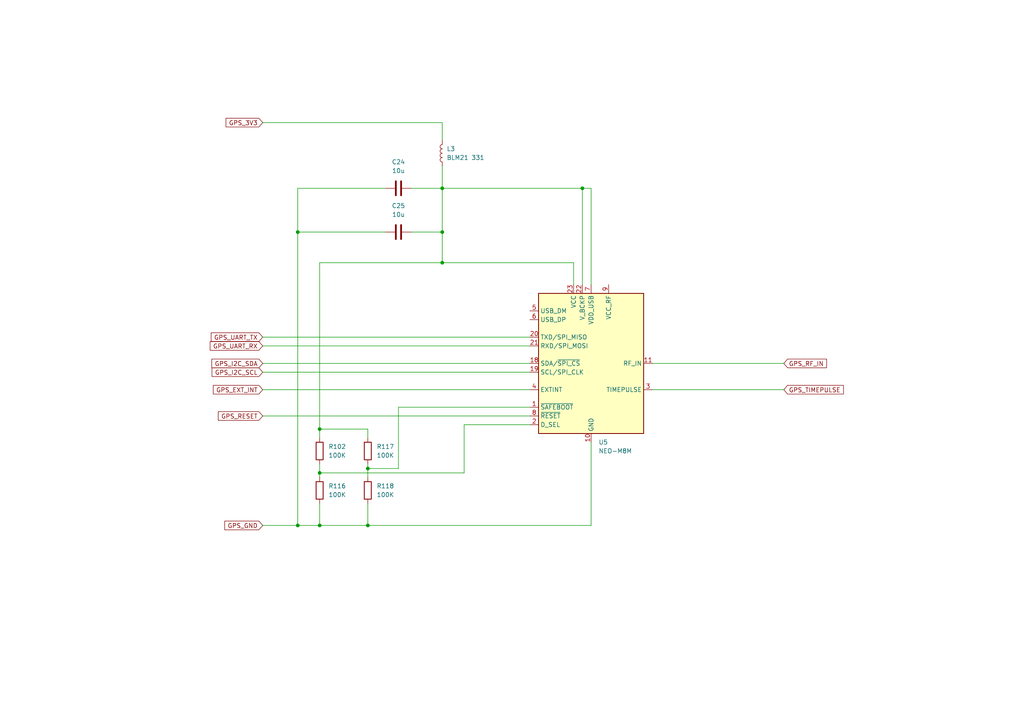
<source format=kicad_sch>
(kicad_sch (version 20250114) (generator "eeschema") (generator_version "9.0")
  (paper "A4")
  (lib_symbols
    (symbol "Device:C" (pin_numbers (hide yes)) (pin_names (offset 0.254))
      (property "Reference" "C" (at 0.635 2.54 0))
      (property "Value" "C" (at 0.635 -2.54 0))
      (symbol "C_0_1"
        (polyline (pts (xy -2.032 0.762) (xy 2.032 0.762)) (stroke (width 0.508)))
        (polyline (pts (xy -2.032 -0.762) (xy 2.032 -0.762)) (stroke (width 0.508)))
      )
      (symbol "C_1_1"
        (pin passive line (at 0 3.81 270) (length 2.794) (name "~") (number "1"))
        (pin passive line (at 0 -3.81 90) (length 2.794) (name "~") (number "2"))
      )
    )
    (symbol "Device:L" (pin_numbers (hide yes)) (pin_names (offset 1.016) (hide yes))
      (property "Reference" "L" (at -1.27 0 90))
      (property "Value" "L" (at 1.905 0 90))
      (symbol "L_0_1"
        (arc (start 0 2.54) (mid 0.6323 1.905) (end 0 1.27))
        (arc (start 0 1.27) (mid 0.6323 0.635) (end 0 0))
        (arc (start 0 0) (mid 0.6323 -0.635) (end 0 -1.27))
        (arc (start 0 -1.27) (mid 0.6323 -1.905) (end 0 -2.54))
      )
      (symbol "L_1_1"
        (pin passive line (at 0 3.81 270) (length 1.27) (name "1") (number "1"))
        (pin passive line (at 0 -3.81 90) (length 1.27) (name "2") (number "2"))
      )
    )
    (symbol "Device:R" (pin_numbers (hide yes)) (pin_names (offset 0))
      (property "Reference" "R" (at 2.032 0 90))
      (property "Value" "R" (at 0 0 90))
      (symbol "R_0_1"
        (rectangle (start -1.016 -2.54) (end 1.016 2.54) (stroke (width 0.254)))
      )
      (symbol "R_1_1"
        (pin passive line (at 0 3.81 270) (length 1.27) (name "~") (number "1"))
        (pin passive line (at 0 -3.81 90) (length 1.27) (name "~") (number "2"))
      )
    )
    (symbol "RF_GPS:NEO-M8M"
      (property "Reference" "U" (at -13.97 21.59 0))
      (property "Value" "NEO-M8M" (at 11.43 21.59 0))
      (symbol "NEO-M8M_0_1"
        (rectangle (start -15.24 20.32) (end 15.24 -20.32) (stroke (width 0.254)) (fill (type background)))
      )
      (symbol "NEO-M8M_1_1"
        (pin bidirectional line (at -17.78 15.24 0) (length 2.54) (name "USB_DM") (number "5"))
        (pin bidirectional line (at -17.78 12.7 0) (length 2.54) (name "USB_DP") (number "6"))
        (pin output line (at -17.78 7.62 0) (length 2.54) (name "TXD/SPI_MISO") (number "20"))
        (pin input line (at -17.78 5.08 0) (length 2.54) (name "RXD/SPI_MOSI") (number "21"))
        (pin bidirectional line (at -17.78 0 0) (length 2.54) (name "SDA/~{SPI_CS}") (number "18"))
        (pin input line (at -17.78 -2.54 0) (length 2.54) (name "SCL/SPI_CLK") (number "19"))
        (pin input line (at -17.78 -7.62 0) (length 2.54) (name "EXTINT") (number "4"))
        (pin input line (at -17.78 -12.7 0) (length 2.54) (name "~{SAFEBOOT}") (number "1"))
        (pin input line (at -17.78 -15.24 0) (length 2.54) (name "~{RESET}") (number "8"))
        (pin input line (at -17.78 -17.78 0) (length 2.54) (name "D_SEL") (number "2"))
        (pin power_in line (at -5.08 22.86 270) (length 2.54) (name "VCC") (number "23"))
        (pin power_in line (at -2.54 22.86 270) (length 2.54) (name "V_BCKP") (number "22"))
        (pin power_in line (at 0 22.86 270) (length 2.54) (name "VDD_USB") (number "7"))
        (pin power_in line (at 0 -22.86 90) (length 2.54) (name "GND") (number "10"))
        (pin passive line (at 0 -22.86 90) (length 2.54) (hide yes) (name "GND") (number "12"))
        (pin passive line (at 0 -22.86 90) (length 2.54) (hide yes) (name "GND") (number "13"))
        (pin passive line (at 0 -22.86 90) (length 2.54) (hide yes) (name "GND") (number "24"))
        (pin power_out line (at 5.08 22.86 270) (length 2.54) (name "VCC_RF") (number "9"))
        (pin no_connect line (at 15.24 -10.16 180) (length 2.54) (hide yes) (name "RESERVED") (number "14"))
        (pin no_connect line (at 15.24 -12.7 180) (length 2.54) (hide yes) (name "RESERVED") (number "15"))
        (pin no_connect line (at 15.24 -15.24 180) (length 2.54) (hide yes) (name "RESERVED") (number "16"))
        (pin no_connect line (at 15.24 -17.78 180) (length 2.54) (hide yes) (name "RESERVED") (number "17"))
        (pin input line (at 17.78 0 180) (length 2.54) (name "RF_IN") (number "11"))
        (pin output line (at 17.78 -7.62 180) (length 2.54) (name "TIMEPULSE") (number "3"))
      )
    )
  )
  (junction (at 86.36 152.4))
  (junction (at 128.27 67.31))
  (junction (at 106.68 135.89))
  (junction (at 128.27 54.61))
  (junction (at 168.91 54.61))
  (junction (at 92.71 137.16))
  (junction (at 106.68 152.4))
  (junction (at 86.36 67.31))
  (junction (at 128.27 76.2))
  (junction (at 92.71 124.46))
  (junction (at 92.71 152.4))
  (wire (pts (xy 92.71 137.16) (xy 92.71 138.43)))
  (wire (pts (xy 76.2 97.79) (xy 153.67 97.79)))
  (wire (pts (xy 92.71 152.4) (xy 106.68 152.4)))
  (wire (pts (xy 92.71 124.46) (xy 92.71 127)))
  (wire (pts (xy 134.62 123.19) (xy 134.62 137.16)))
  (wire (pts (xy 86.36 54.61) (xy 86.36 67.31)))
  (wire (pts (xy 166.37 82.55) (xy 166.37 76.2)))
  (wire (pts (xy 128.27 48.26) (xy 128.27 54.61)))
  (wire (pts (xy 76.2 113.03) (xy 153.67 113.03)))
  (wire (pts (xy 171.45 82.55) (xy 171.45 54.61)))
  (wire (pts (xy 76.2 107.95) (xy 153.67 107.95)))
  (wire (pts (xy 76.2 120.65) (xy 153.67 120.65)))
  (wire (pts (xy 92.71 76.2) (xy 128.27 76.2)))
  (wire (pts (xy 106.68 127) (xy 106.68 124.46)))
  (wire (pts (xy 86.36 67.31) (xy 111.76 67.31)))
  (wire (pts (xy 86.36 67.31) (xy 86.36 152.4)))
  (wire (pts (xy 76.2 152.4) (xy 86.36 152.4)))
  (wire (pts (xy 153.67 118.11) (xy 115.57 118.11)))
  (wire (pts (xy 168.91 54.61) (xy 128.27 54.61)))
  (wire (pts (xy 128.27 54.61) (xy 128.27 67.31)))
  (wire (pts (xy 153.67 123.19) (xy 134.62 123.19)))
  (wire (pts (xy 227.33 113.03) (xy 189.23 113.03)))
  (wire (pts (xy 171.45 54.61) (xy 168.91 54.61)))
  (wire (pts (xy 76.2 100.33) (xy 153.67 100.33)))
  (wire (pts (xy 227.33 105.41) (xy 189.23 105.41)))
  (wire (pts (xy 76.2 35.56) (xy 128.27 35.56)))
  (wire (pts (xy 119.38 67.31) (xy 128.27 67.31)))
  (wire (pts (xy 106.68 135.89) (xy 106.68 138.43)))
  (wire (pts (xy 106.68 134.62) (xy 106.68 135.89)))
  (wire (pts (xy 92.71 134.62) (xy 92.71 137.16)))
  (wire (pts (xy 92.71 152.4) (xy 92.71 146.05)))
  (wire (pts (xy 111.76 54.61) (xy 86.36 54.61)))
  (wire (pts (xy 128.27 67.31) (xy 128.27 76.2)))
  (wire (pts (xy 86.36 152.4) (xy 92.71 152.4)))
  (wire (pts (xy 134.62 137.16) (xy 92.71 137.16)))
  (wire (pts (xy 171.45 128.27) (xy 171.45 152.4)))
  (wire (pts (xy 119.38 54.61) (xy 128.27 54.61)))
  (wire (pts (xy 76.2 105.41) (xy 153.67 105.41)))
  (wire (pts (xy 106.68 124.46) (xy 92.71 124.46)))
  (wire (pts (xy 115.57 118.11) (xy 115.57 135.89)))
  (wire (pts (xy 92.71 76.2) (xy 92.71 124.46)))
  (wire (pts (xy 106.68 152.4) (xy 171.45 152.4)))
  (wire (pts (xy 128.27 35.56) (xy 128.27 40.64)))
  (wire (pts (xy 168.91 82.55) (xy 168.91 54.61)))
  (wire (pts (xy 115.57 135.89) (xy 106.68 135.89)))
  (wire (pts (xy 128.27 76.2) (xy 166.37 76.2)))
  (wire (pts (xy 106.68 146.05) (xy 106.68 152.4)))
  (global_label "GPS_UART_TX" (shape input) (at 76.2 97.79 180) (property "Intersheetrefs" "${INTERSHEET_REFS}" (effects (hide yes))))
  (global_label "GPS_UART_RX" (shape input) (at 76.2 100.33 180) (property "Intersheetrefs" "${INTERSHEET_REFS}" (effects (hide yes))))
  (global_label "GPS_RESET" (shape input) (at 76.2 120.65 180) (property "Intersheetrefs" "${INTERSHEET_REFS}" (effects (hide yes))))
  (global_label "GPS_TIMEPULSE" (shape input) (at 227.33 113.03 0) (property "Intersheetrefs" "${INTERSHEET_REFS}" (effects (hide yes))))
  (global_label "GPS_EXT_INT" (shape input) (at 76.2 113.03 180) (property "Intersheetrefs" "${INTERSHEET_REFS}" (effects (hide yes))))
  (global_label "GPS_RF_IN" (shape input) (at 227.33 105.41 0) (property "Intersheetrefs" "${INTERSHEET_REFS}" (effects (hide yes))))
  (global_label "GPS_GND" (shape input) (at 76.2 152.4 180) (property "Intersheetrefs" "${INTERSHEET_REFS}" (effects (hide yes))))
  (global_label "GPS_I2C_SCL" (shape input) (at 76.2 107.95 180) (property "Intersheetrefs" "${INTERSHEET_REFS}" (effects (hide yes))))
  (global_label "GPS_3V3" (shape input) (at 76.2 35.56 180) (property "Intersheetrefs" "${INTERSHEET_REFS}" (effects (hide yes))))
  (global_label "GPS_I2C_SDA" (shape input) (at 76.2 105.41 180) (property "Intersheetrefs" "${INTERSHEET_REFS}" (effects (hide yes))))
  (symbol (lib_id "Device:R") (at 106.68 142.24 0) (unit 1)
    (property "Reference" "R118" (at 109.22 140.9699 0) (effects (justify left)))
    (property "Value" "100K" (at 109.22 143.5099 0) (effects (justify left)))
    (property "Footprint" "Resistor_SMD:R_0805_2012Metric_Pad1.20x1.40mm_HandSolder" (effects (hide yes)))
    (property "Description" "Resistor" (effects (hide yes)))
  )
  (symbol (lib_id "Device:C") (at 115.57 67.31 90) (unit 1)
    (property "Reference" "C25" (at 115.57 59.69 90))
    (property "Value" "10u" (at 115.57 62.23 90))
    (property "Footprint" "Capacitor_SMD:C_1210_3225Metric_Pad1.33x2.70mm_HandSolder" (effects (hide yes)))
    (property "Description" "Unpolarized capacitor" (effects (hide yes)))
  )
  (symbol (lib_id "Device:C") (at 115.57 54.61 90) (unit 1)
    (property "Reference" "C24" (at 115.57 46.99 90))
    (property "Value" "10u" (at 115.57 49.53 90))
    (property "Footprint" "Capacitor_SMD:C_1210_3225Metric_Pad1.33x2.70mm_HandSolder" (effects (hide yes)))
    (property "Description" "Unpolarized capacitor" (effects (hide yes)))
  )
  (symbol (lib_id "Device:R") (at 92.71 142.24 0) (unit 1)
    (property "Reference" "R116" (at 95.25 140.9699 0) (effects (justify left)))
    (property "Value" "100K" (at 95.25 143.5099 0) (effects (justify left)))
    (property "Footprint" "Resistor_SMD:R_0805_2012Metric_Pad1.20x1.40mm_HandSolder" (effects (hide yes)))
    (property "Description" "Resistor" (effects (hide yes)))
  )
  (symbol (lib_id "Device:L") (at 128.27 44.45 180) (unit 1)
    (property "Reference" "L3" (at 129.54 43.1799 0) (effects (justify right)))
    (property "Value" "BLM21 331" (at 129.54 45.7199 0) (effects (justify right)))
    (property "Footprint" "Inductor_SMD:L_0805_2012Metric_Pad1.05x1.20mm_HandSolder" (effects (hide yes)))
    (property "Description" "Inductor" (effects (hide yes)))
  )
  (symbol (lib_id "Device:R") (at 92.71 130.81 0) (unit 1)
    (property "Reference" "R102" (at 95.25 129.5399 0) (effects (justify left)))
    (property "Value" "100K" (at 95.25 132.0799 0) (effects (justify left)))
    (property "Footprint" "Resistor_SMD:R_0805_2012Metric_Pad1.20x1.40mm_HandSolder" (effects (hide yes)))
    (property "Description" "Resistor" (effects (hide yes)))
  )
  (symbol (lib_id "Device:R") (at 106.68 130.81 0) (unit 1)
    (property "Reference" "R117" (at 109.22 129.5399 0) (effects (justify left)))
    (property "Value" "100K" (at 109.22 132.0799 0) (effects (justify left)))
    (property "Footprint" "Resistor_SMD:R_0805_2012Metric_Pad1.20x1.40mm_HandSolder" (effects (hide yes)))
    (property "Description" "Resistor" (effects (hide yes)))
  )
  (symbol (lib_id "RF_GPS:NEO-M8M") (at 171.45 105.41 0) (unit 1)
    (property "Reference" "U5" (at 173.5933 128.27 0) (effects (justify left)))
    (property "Value" "NEO-M8M" (at 173.5933 130.81 0) (effects (justify left)))
    (property "Footprint" "RF_GPS:ublox_NEO" (effects (hide yes)))
    (property "Datasheet" "https://content.u-blox.com/sites/default/files/NEO-M8-FW3_DataSheet_UBX-15031086.pdf" (effects (hide yes)))
    (property "Description" "GNSS Module NEO M8, VCC 2.7V to 3.6V" (effects (hide yes)))
  )
)
</source>
